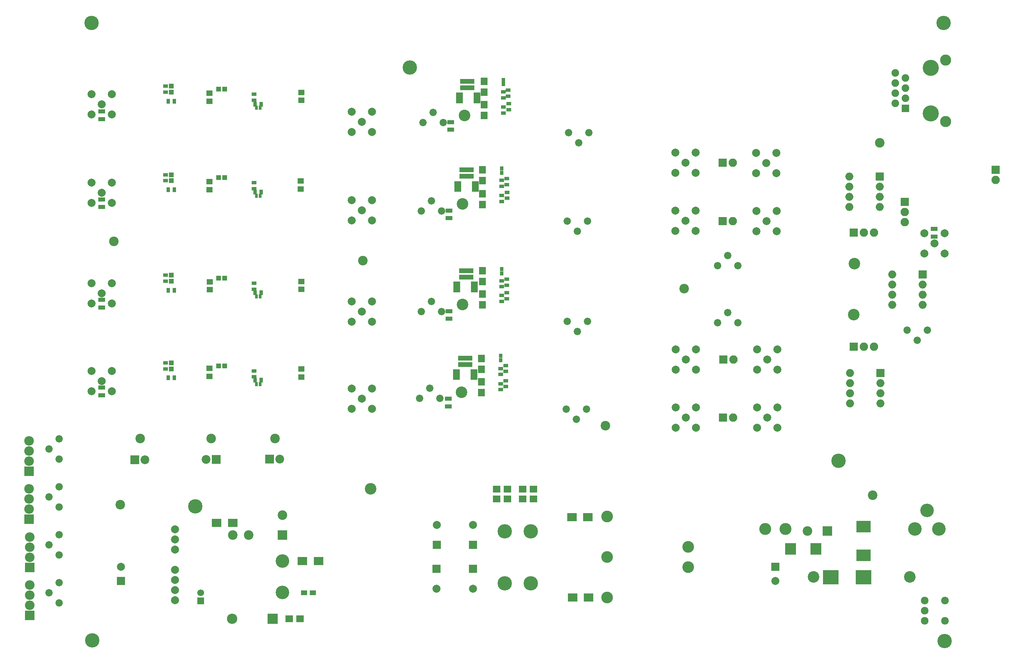
<source format=gbr>
G04 #@! TF.FileFunction,Soldermask,Bot*
%FSLAX46Y46*%
G04 Gerber Fmt 4.6, Leading zero omitted, Abs format (unit mm)*
G04 Created by KiCad (PCBNEW 4.0.7) date 10/30/17 15:02:37*
%MOMM*%
%LPD*%
G01*
G04 APERTURE LIST*
%ADD10C,0.100000*%
%ADD11C,3.600000*%
%ADD12C,2.400000*%
%ADD13C,2.000000*%
%ADD14R,2.100000X2.100000*%
%ADD15O,2.100000X2.100000*%
%ADD16C,1.840000*%
%ADD17R,2.000000X2.000000*%
%ADD18O,2.000000X2.000000*%
%ADD19O,2.398980X2.398980*%
%ADD20R,2.398980X2.398980*%
%ADD21R,2.400000X2.400000*%
%ADD22R,2.400000X2.000000*%
%ADD23R,1.700000X1.700000*%
%ADD24C,1.700000*%
%ADD25R,3.600000X3.000000*%
%ADD26R,2.600000X2.600000*%
%ADD27O,2.600000X2.600000*%
%ADD28C,2.900000*%
%ADD29C,3.400000*%
%ADD30C,3.000000*%
%ADD31C,2.940000*%
%ADD32R,1.600000X1.300000*%
%ADD33R,2.800000X2.900000*%
%ADD34R,1.900000X1.700000*%
%ADD35R,2.400000X2.100000*%
%ADD36R,1.700000X1.900000*%
%ADD37R,3.600000X1.200000*%
%ADD38R,0.800000X1.000000*%
%ADD39R,1.800000X0.700000*%
%ADD40C,1.924000*%
%ADD41R,0.900000X1.000000*%
%ADD42C,2.800000*%
%ADD43C,4.049980*%
%ADD44R,1.901140X1.901140*%
%ADD45C,1.901140*%
%ADD46R,1.150000X1.200000*%
%ADD47R,1.700000X1.100000*%
%ADD48R,1.300000X0.900000*%
%ADD49R,1.200000X1.150000*%
%ADD50R,0.900000X1.300000*%
%ADD51R,1.650000X1.400000*%
%ADD52R,2.200000X2.200000*%
%ADD53C,2.200000*%
%ADD54R,4.000000X3.600000*%
G04 APERTURE END LIST*
D10*
D11*
X120800000Y-34600000D03*
X228200000Y-133200000D03*
X254600000Y-23400000D03*
X41000000Y-23400000D03*
X254800000Y-178400000D03*
D12*
X48200000Y-144200000D03*
D13*
X210200000Y-73100000D03*
X212740000Y-70560000D03*
X212740000Y-75640000D03*
X207660000Y-75640000D03*
X207660000Y-70560000D03*
X252260000Y-78660000D03*
X254800000Y-81200000D03*
X254800000Y-76120000D03*
X249720000Y-76120000D03*
X249720000Y-81200000D03*
D14*
X244800000Y-68260000D03*
D15*
X244800000Y-70800000D03*
X244800000Y-73340000D03*
D13*
X108800000Y-48200000D03*
X111340000Y-45660000D03*
X111340000Y-50740000D03*
X106260000Y-50740000D03*
X106260000Y-45660000D03*
X108800000Y-70400000D03*
X111340000Y-67860000D03*
X111340000Y-72940000D03*
X106260000Y-72940000D03*
X106260000Y-67860000D03*
D16*
X32940000Y-127660000D03*
X30400000Y-130200000D03*
X32940000Y-132740000D03*
D17*
X238712364Y-111223332D03*
D18*
X231092364Y-118843332D03*
X238712364Y-113763332D03*
X231092364Y-116303332D03*
X238712364Y-116303332D03*
X231092364Y-113763332D03*
X238712364Y-118843332D03*
X231092364Y-111223332D03*
D16*
X128740000Y-95740000D03*
X126200000Y-93200000D03*
X123660000Y-95740000D03*
D19*
X25565000Y-164380000D03*
D20*
X25565000Y-172000000D03*
D19*
X25565000Y-169460000D03*
X25565000Y-166920000D03*
X25400000Y-128220000D03*
D20*
X25400000Y-135840000D03*
D19*
X25400000Y-133300000D03*
X25400000Y-130760000D03*
D13*
X43600000Y-113200000D03*
X41060000Y-110660000D03*
X41060000Y-115740000D03*
X46140000Y-115740000D03*
X46140000Y-110660000D03*
D21*
X225400000Y-150800000D03*
D12*
X220400000Y-150800000D03*
D21*
X88900000Y-151800000D03*
D12*
X88900000Y-146800000D03*
D22*
X93900000Y-158300000D03*
X97900000Y-158300000D03*
D17*
X212400000Y-159800000D03*
D13*
X212400000Y-163300000D03*
D22*
X76400000Y-148800000D03*
X72400000Y-148800000D03*
D17*
X136600000Y-154300000D03*
D13*
X136600000Y-149300000D03*
D17*
X127490000Y-160300000D03*
D13*
X127490000Y-165300000D03*
D17*
X127600000Y-154300000D03*
D13*
X127600000Y-149300000D03*
D17*
X136600000Y-160300000D03*
D13*
X136600000Y-165300000D03*
D23*
X68400000Y-168300000D03*
D24*
X68400000Y-166300000D03*
D17*
X48400000Y-163300000D03*
D13*
X48400000Y-159800000D03*
D25*
X234500000Y-149700000D03*
X234500000Y-156900000D03*
D26*
X86400000Y-172800000D03*
D27*
X76240000Y-172800000D03*
D28*
X246100000Y-162300000D03*
X221970000Y-162300000D03*
D29*
X88900000Y-158300000D03*
X88900000Y-166200000D03*
D30*
X209900000Y-150300000D03*
X214900000Y-150300000D03*
D12*
X76400000Y-151800000D03*
X80400000Y-151800000D03*
D11*
X144600000Y-150900000D03*
X151100000Y-150900000D03*
X144600000Y-163900000D03*
X151100000Y-163900000D03*
D31*
X190560000Y-154760000D03*
X190560000Y-159840000D03*
X170240000Y-147140000D03*
X170240000Y-157300000D03*
X170240000Y-167460000D03*
D13*
X61940000Y-168190000D03*
X61940000Y-165650000D03*
X61940000Y-163110000D03*
X61940000Y-160570000D03*
X61940000Y-155490000D03*
X61940000Y-152950000D03*
X61940000Y-150410000D03*
D32*
X94300000Y-166300000D03*
X96500000Y-166300000D03*
D33*
X216250000Y-155300000D03*
X222550000Y-155300000D03*
D34*
X93250000Y-172800000D03*
X90550000Y-172800000D03*
D35*
X161400000Y-147300000D03*
X165400000Y-147300000D03*
X161600000Y-167500000D03*
X165600000Y-167500000D03*
D34*
X142550000Y-140300000D03*
X145250000Y-140300000D03*
X149050000Y-140300000D03*
X151750000Y-140300000D03*
X142550000Y-142800000D03*
X145250000Y-142800000D03*
X149050000Y-142800000D03*
X151750000Y-142800000D03*
D36*
X138776000Y-113380000D03*
X138776000Y-116080000D03*
D37*
X134706000Y-109068000D03*
X134706000Y-107468000D03*
D36*
X138770000Y-110245000D03*
X138770000Y-107545000D03*
D13*
X108800000Y-117600000D03*
X111340000Y-115060000D03*
X111340000Y-120140000D03*
X106260000Y-120140000D03*
X106260000Y-115060000D03*
D19*
X25565000Y-152315000D03*
D20*
X25565000Y-159935000D03*
D19*
X25565000Y-157395000D03*
X25565000Y-154855000D03*
D14*
X199260000Y-122400000D03*
D15*
X201800000Y-122400000D03*
D38*
X83250000Y-114000000D03*
X82350000Y-114000000D03*
D16*
X128340000Y-117540000D03*
X125800000Y-115000000D03*
X123260000Y-117540000D03*
X160026000Y-120230000D03*
X162566000Y-122770000D03*
X165106000Y-120230000D03*
X32940000Y-151760000D03*
X30400000Y-154300000D03*
X32940000Y-156840000D03*
X32940000Y-163720000D03*
X30400000Y-166260000D03*
X32940000Y-168800000D03*
X32900000Y-139720000D03*
X30360000Y-142260000D03*
X32900000Y-144800000D03*
D39*
X136906000Y-110570000D03*
X136906000Y-111070000D03*
X136906000Y-111570000D03*
X136906000Y-112070000D03*
X136906000Y-112570000D03*
X132506000Y-112570000D03*
X132506000Y-112070000D03*
X132506000Y-111570000D03*
X132506000Y-111070000D03*
X132506000Y-110570000D03*
D17*
X238600000Y-61920000D03*
D18*
X230980000Y-69540000D03*
X238600000Y-64460000D03*
X230980000Y-67000000D03*
X238600000Y-67000000D03*
X230980000Y-64460000D03*
X238600000Y-69540000D03*
X230980000Y-61920000D03*
D17*
X249348438Y-86459612D03*
D18*
X241728438Y-94079612D03*
X249348438Y-88999612D03*
X241728438Y-91539612D03*
X249348438Y-91539612D03*
X241728438Y-88999612D03*
X249348438Y-94079612D03*
X241728438Y-86459612D03*
D40*
X249820000Y-173340000D03*
X249820000Y-170800000D03*
X249820000Y-168260000D03*
X254900000Y-173340000D03*
X254900000Y-168260000D03*
D19*
X25400000Y-140260000D03*
D20*
X25400000Y-147880000D03*
D19*
X25400000Y-145340000D03*
X25400000Y-142800000D03*
D38*
X83250000Y-92000000D03*
X82350000Y-92000000D03*
D41*
X143600000Y-107950000D03*
X143600000Y-106850000D03*
D13*
X43600000Y-91200000D03*
X41060000Y-88660000D03*
X41060000Y-93740000D03*
X46140000Y-93740000D03*
X46140000Y-88660000D03*
D29*
X247400000Y-150300000D03*
X253400000Y-150300000D03*
X250400000Y-145600000D03*
D42*
X255030000Y-32655000D03*
X255030000Y-48145000D03*
D43*
X251350000Y-34685000D03*
X251350000Y-46115000D03*
D44*
X245000000Y-44845000D03*
D45*
X242460000Y-43575000D03*
X245000000Y-42305000D03*
X242460000Y-41035000D03*
X245000000Y-39765000D03*
X242460000Y-38495000D03*
X245000000Y-37225000D03*
X242460000Y-35955000D03*
D13*
X190000000Y-122400000D03*
X192540000Y-119860000D03*
X192540000Y-124940000D03*
X187460000Y-124940000D03*
X187460000Y-119860000D03*
X210400000Y-122400000D03*
X207860000Y-119860000D03*
X212940000Y-119860000D03*
X212940000Y-124940000D03*
X207860000Y-124940000D03*
D46*
X61000000Y-110150000D03*
X61000000Y-108650000D03*
X61000000Y-88150000D03*
X61000000Y-86650000D03*
D47*
X43600000Y-114850000D03*
X43600000Y-116750000D03*
D48*
X59600000Y-110150000D03*
X59600000Y-108650000D03*
D47*
X43600000Y-92850000D03*
X43600000Y-94750000D03*
D48*
X59600000Y-88150000D03*
X59600000Y-86650000D03*
D49*
X72850000Y-109400000D03*
X74350000Y-109400000D03*
D50*
X83550000Y-113000000D03*
X82050000Y-113000000D03*
D49*
X72850000Y-87400000D03*
X74350000Y-87400000D03*
D50*
X83550000Y-91000000D03*
X82050000Y-91000000D03*
X61750000Y-112400000D03*
X60250000Y-112400000D03*
D51*
X70600000Y-112000000D03*
X70600000Y-110000000D03*
D48*
X81800000Y-110650000D03*
X81800000Y-112150000D03*
D47*
X130400000Y-119550000D03*
X130400000Y-117650000D03*
D48*
X144866000Y-109296000D03*
X144866000Y-110796000D03*
X144866000Y-113106000D03*
X144866000Y-114606000D03*
X143596000Y-110058000D03*
X143596000Y-111558000D03*
X143596000Y-113868000D03*
X143596000Y-115368000D03*
D50*
X61750000Y-90400000D03*
X60250000Y-90400000D03*
D51*
X70650000Y-90300000D03*
X70650000Y-88300000D03*
D48*
X81800000Y-88650000D03*
X81800000Y-90150000D03*
D51*
X93600000Y-112200000D03*
X93600000Y-110200000D03*
X93600000Y-90200000D03*
X93600000Y-88200000D03*
D36*
X139000000Y-91350000D03*
X139000000Y-94050000D03*
D37*
X134900000Y-87100001D03*
X134900000Y-85500001D03*
D36*
X139000000Y-88250000D03*
X139000000Y-85550000D03*
D41*
X143800000Y-86200000D03*
X143800000Y-85100000D03*
D13*
X108800000Y-95800000D03*
X111340000Y-93260000D03*
X111340000Y-98340000D03*
X106260000Y-98340000D03*
X106260000Y-93260000D03*
D47*
X130600000Y-97550000D03*
X130600000Y-95650000D03*
D48*
X145100000Y-87650000D03*
X145100000Y-89150000D03*
X145100000Y-91050000D03*
X145100000Y-92550000D03*
X143800000Y-88050000D03*
X143800000Y-89550000D03*
X143800000Y-91750000D03*
X143800000Y-93250000D03*
D16*
X160260000Y-98260000D03*
X162800000Y-100800000D03*
X165340000Y-98260000D03*
D39*
X137000000Y-88600000D03*
X137000000Y-89100000D03*
X137000000Y-89600000D03*
X137000000Y-90100000D03*
X137000000Y-90600000D03*
X132600000Y-90600000D03*
X132600000Y-90100000D03*
X132600000Y-89600000D03*
X132600000Y-89100000D03*
X132600000Y-88600000D03*
D13*
X190000000Y-107800000D03*
X192540000Y-105260000D03*
X192540000Y-110340000D03*
X187460000Y-110340000D03*
X187460000Y-105260000D03*
X210400000Y-107800000D03*
X212940000Y-105260000D03*
X212940000Y-110340000D03*
X207860000Y-110340000D03*
X207860000Y-105260000D03*
D14*
X199400000Y-107800000D03*
D15*
X201940000Y-107800000D03*
D47*
X252200000Y-75050000D03*
X252200000Y-76950000D03*
D16*
X245460000Y-100400000D03*
X248000000Y-102940000D03*
X250540000Y-100400000D03*
D46*
X61000000Y-62950000D03*
X61000000Y-61450000D03*
D49*
X72900000Y-62200000D03*
X74400000Y-62200000D03*
D50*
X83550000Y-65800000D03*
X82050000Y-65800000D03*
D13*
X43600000Y-66000000D03*
X41060000Y-63460000D03*
X41060000Y-68540000D03*
X46140000Y-68540000D03*
X46140000Y-63460000D03*
D47*
X43600000Y-67649999D03*
X43600000Y-69549999D03*
D48*
X59600000Y-62950000D03*
X59600000Y-61450000D03*
D50*
X61740000Y-65230000D03*
X60240000Y-65230000D03*
D51*
X70600000Y-65200000D03*
X70600000Y-63200000D03*
D48*
X81800000Y-63450000D03*
X81800000Y-64950000D03*
D38*
X83284000Y-66754000D03*
X82384000Y-66754000D03*
D51*
X93400000Y-65000000D03*
X93400000Y-63000000D03*
D46*
X61000000Y-40750000D03*
X61000000Y-39250000D03*
D49*
X72850000Y-40000000D03*
X74350000Y-40000000D03*
D50*
X83550000Y-43800000D03*
X82050000Y-43800000D03*
D13*
X43600000Y-43800000D03*
X41060000Y-41260000D03*
X41060000Y-46340000D03*
X46140000Y-46340000D03*
X46140000Y-41260000D03*
D47*
X43600000Y-45599999D03*
X43600000Y-47499999D03*
D48*
X59600000Y-40750000D03*
X59600000Y-39250000D03*
D50*
X61750000Y-43000000D03*
X60250000Y-43000000D03*
D51*
X70600000Y-43000000D03*
X70600000Y-41000000D03*
D48*
X81800000Y-41250000D03*
X81800000Y-42750000D03*
D38*
X83250000Y-44600000D03*
X82350000Y-44600000D03*
D51*
X93600000Y-42800000D03*
X93600000Y-40800000D03*
D36*
X139000000Y-66250000D03*
X139000000Y-68950000D03*
D37*
X135000000Y-61800000D03*
X135000000Y-60200000D03*
D36*
X139000000Y-62950000D03*
X139000000Y-60250000D03*
D41*
X143800000Y-60950000D03*
X143800000Y-59850000D03*
D47*
X130600000Y-72350000D03*
X130600000Y-70450000D03*
D48*
X145066000Y-62446000D03*
X145066000Y-63946000D03*
X145200000Y-65850000D03*
X145200000Y-67350000D03*
X143800000Y-62850000D03*
X143800000Y-64350000D03*
X143800000Y-66650000D03*
X143800000Y-68150000D03*
D16*
X128740000Y-70540000D03*
X126200000Y-68000000D03*
X123660000Y-70540000D03*
X160260000Y-73060000D03*
X162800000Y-75600000D03*
X165340000Y-73060000D03*
D39*
X137200000Y-63400000D03*
X137200000Y-63900000D03*
X137200000Y-64400000D03*
X137200000Y-64900000D03*
X137200000Y-65400000D03*
X132800000Y-65400000D03*
X132800000Y-64900000D03*
X132800000Y-64400000D03*
X132800000Y-63900000D03*
X132800000Y-63400000D03*
D36*
X139400000Y-43850000D03*
X139400000Y-46550000D03*
D37*
X135200000Y-39600000D03*
X135200000Y-38000000D03*
D36*
X139400000Y-40750000D03*
X139400000Y-38050000D03*
D41*
X144200000Y-38750000D03*
X144200000Y-37650000D03*
D47*
X131000000Y-50150000D03*
X131000000Y-48250000D03*
D48*
X145400000Y-40250000D03*
X145400000Y-41750000D03*
X145600000Y-43650000D03*
X145600000Y-45150000D03*
X144200000Y-40650000D03*
X144200000Y-42150000D03*
X144200000Y-44450000D03*
X144200000Y-45950000D03*
D16*
X129140000Y-48400000D03*
X126600000Y-45860000D03*
X124060000Y-48400000D03*
X160600000Y-50860000D03*
X163140000Y-53400000D03*
X165680000Y-50860000D03*
D39*
X137600000Y-41200000D03*
X137600000Y-41700000D03*
X137600000Y-42200000D03*
X137600000Y-42700000D03*
X137600000Y-43200000D03*
X133200000Y-43200000D03*
X133200000Y-42700000D03*
X133200000Y-42200000D03*
X133200000Y-41700000D03*
X133200000Y-41200000D03*
D13*
X189860000Y-73040000D03*
X192400000Y-70500000D03*
X192400000Y-75580000D03*
X187320000Y-75580000D03*
X187320000Y-70500000D03*
X189860000Y-58460000D03*
X192400000Y-55920000D03*
X192400000Y-61000000D03*
X187320000Y-61000000D03*
X187320000Y-55920000D03*
X210140000Y-58540000D03*
X212680000Y-56000000D03*
X212680000Y-61080000D03*
X207600000Y-61080000D03*
X207600000Y-56000000D03*
D14*
X199200000Y-73100000D03*
D15*
X201740000Y-73100000D03*
D14*
X199200000Y-58400000D03*
D15*
X201740000Y-58400000D03*
D14*
X267600000Y-60200000D03*
D15*
X267600000Y-62740000D03*
D14*
X232000000Y-104600000D03*
D15*
X234540000Y-104600000D03*
X237080000Y-104600000D03*
D14*
X232060000Y-76000000D03*
D15*
X234600000Y-76000000D03*
X237140000Y-76000000D03*
D52*
X85660000Y-132800000D03*
D53*
X88200000Y-132800000D03*
D52*
X72266644Y-132877632D03*
D53*
X69726644Y-132877632D03*
D52*
X51900000Y-132900000D03*
D53*
X54440000Y-132900000D03*
D12*
X87000000Y-127600000D03*
X71000000Y-127600000D03*
X169800000Y-124400000D03*
X46600000Y-78200000D03*
X189500000Y-90000000D03*
X109000000Y-83000000D03*
X238600000Y-53400000D03*
X236800000Y-141800000D03*
X53200000Y-127600000D03*
D11*
X41200000Y-178200000D03*
X67000000Y-144600000D03*
D16*
X203000000Y-98540000D03*
X200460000Y-96000000D03*
X197920000Y-98540000D03*
X203000000Y-84290000D03*
X200460000Y-81750000D03*
X197920000Y-84290000D03*
D28*
X232000000Y-96500000D03*
X232250000Y-83750000D03*
X111000000Y-140250000D03*
X133750000Y-116000000D03*
X134000000Y-94000000D03*
X134000000Y-68800000D03*
X134500000Y-46550000D03*
D54*
X226300000Y-162400000D03*
X234500000Y-162400000D03*
M02*

</source>
